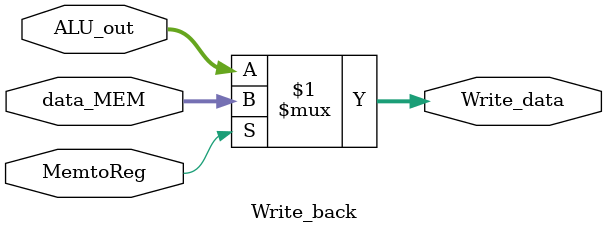
<source format=v>
`timescale 1ns / 1ps

module Write_back(
    input wire MemtoReg,
    input wire [31:0] data_MEM,
    input wire [31:0] ALU_out,
    output wire [31:0] Write_data
    );
    
assign Write_data = (MemtoReg) ? data_MEM : ALU_out;   
    
endmodule

</source>
